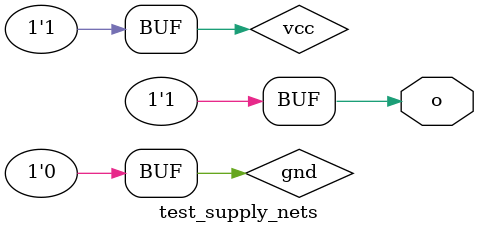
<source format=sv>


// MOORE-LABEL: moore.module @test_supply_nets
// CORE-LABEL: hw.module @test_supply_nets
module test_supply_nets(output wire o);
  // MOORE: moore.net supply0 : <l1>
  supply0 gnd;

  // MOORE: moore.net supply1 : <l1>
  supply1 vcc;

  // Use the supply nets so they are not optimized away
  // CORE: hw.constant 0 : i2
  // CORE: hw.constant -1 : i2
  assign o = gnd ^ vcc;
endmodule

</source>
